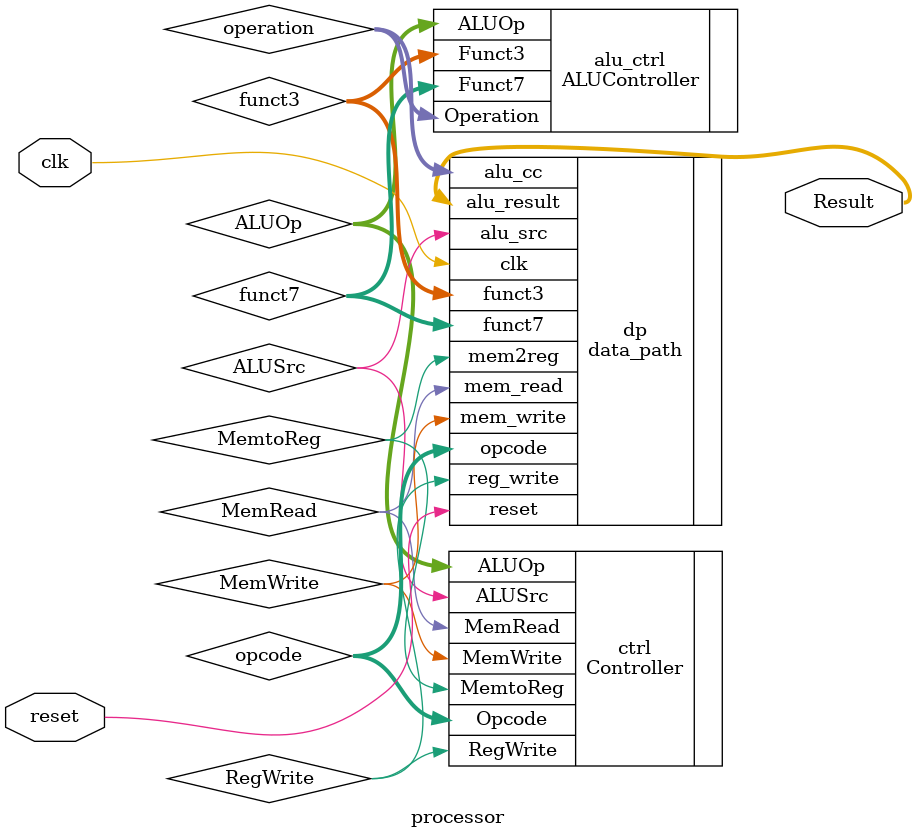
<source format=v>
`timescale 1ns / 1ps


module processor(clk, reset, Result);
    input clk, reset;
    output [31:0] Result;
    
    wire RegWrite, ALUSrc, MemtoReg, MemRead, MemWrite;
    wire [1:0] ALUOp;
    wire [6:0] opcode, funct7;
    wire [2:0] funct3;
    wire [3:0] operation;
    
    Controller ctrl (.Opcode(opcode), .ALUSrc(ALUSrc), .MemtoReg(MemtoReg), .RegWrite(RegWrite), 
                    .MemRead(MemRead), .MemWrite(MemWrite), .ALUOp(ALUOp));
    
    ALUController alu_ctrl (.ALUOp(ALUOp), .Funct7(funct7), .Funct3(funct3), .Operation(operation));
    
    data_path dp (.clk(clk), .reset(reset),
                  .reg_write(RegWrite), .mem2reg(MemtoReg), .alu_src(ALUSrc), .mem_read(MemRead), .mem_write(MemWrite),
                  .alu_cc(operation),
                  .funct7(funct7), .funct3(funct3), .opcode(opcode), .alu_result(Result));
                  
endmodule

</source>
